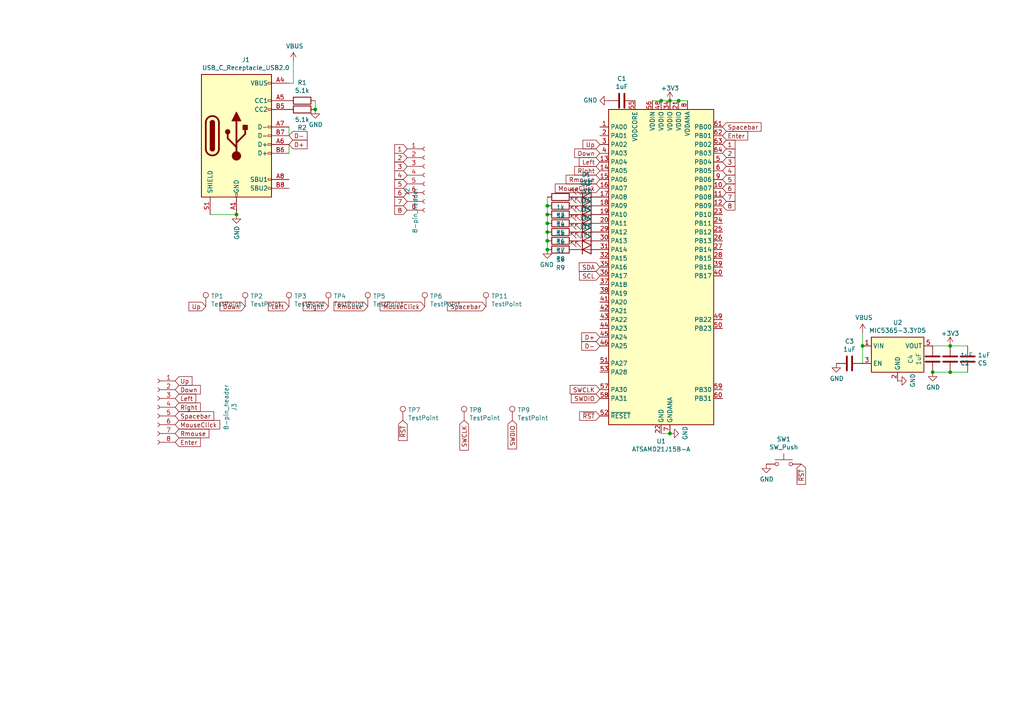
<source format=kicad_sch>
(kicad_sch (version 20211123) (generator eeschema)
  (paper "A4")
  (lib_symbols
    (symbol "Connector:Conn_01x08_Female" (pin_names (offset 1.016) hide)
      (property "Reference" "J" (at 0 10.16 0))
      (property "Value" "Conn_01x08_Female" (at 0 -12.7 0))
      (symbol "Conn_01x08_Female_1_1"
        (arc (start 0 -9.652) (mid -0.508 -10.16) (end 0 -10.668) (stroke (width 0.1524)))
        (arc (start 0 -7.112) (mid -0.508 -7.62) (end 0 -8.128) (stroke (width 0.1524)))
        (arc (start 0 -4.572) (mid -0.508 -5.08) (end 0 -5.588) (stroke (width 0.1524)))
        (arc (start 0 -2.032) (mid -0.508 -2.54) (end 0 -3.048) (stroke (width 0.1524)))
        (polyline (pts (xy -1.27 -10.16) (xy -0.508 -10.16)) (stroke (width 0.1524)))
        (polyline (pts (xy -1.27 -7.62) (xy -0.508 -7.62)) (stroke (width 0.1524)))
        (polyline (pts (xy -1.27 -5.08) (xy -0.508 -5.08)) (stroke (width 0.1524)))
        (polyline (pts (xy -1.27 -2.54) (xy -0.508 -2.54)) (stroke (width 0.1524)))
        (polyline (pts (xy -1.27 0) (xy -0.508 0)) (stroke (width 0.1524)))
        (polyline (pts (xy -1.27 2.54) (xy -0.508 2.54)) (stroke (width 0.1524)))
        (polyline (pts (xy -1.27 5.08) (xy -0.508 5.08)) (stroke (width 0.1524)))
        (polyline (pts (xy -1.27 7.62) (xy -0.508 7.62)) (stroke (width 0.1524)))
        (arc (start 0 0.508) (mid -0.508 0) (end 0 -0.508) (stroke (width 0.1524)))
        (arc (start 0 3.048) (mid -0.508 2.54) (end 0 2.032) (stroke (width 0.1524)))
        (arc (start 0 5.588) (mid -0.508 5.08) (end 0 4.572) (stroke (width 0.1524)))
        (arc (start 0 8.128) (mid -0.508 7.62) (end 0 7.112) (stroke (width 0.1524)))
        (pin passive line (at -5.08 7.62 0) (length 3.81) (name "Pin_1") (number "1"))
        (pin passive line (at -5.08 5.08 0) (length 3.81) (name "Pin_2") (number "2"))
        (pin passive line (at -5.08 2.54 0) (length 3.81) (name "Pin_3") (number "3"))
        (pin passive line (at -5.08 0 0) (length 3.81) (name "Pin_4") (number "4"))
        (pin passive line (at -5.08 -2.54 0) (length 3.81) (name "Pin_5") (number "5"))
        (pin passive line (at -5.08 -5.08 0) (length 3.81) (name "Pin_6") (number "6"))
        (pin passive line (at -5.08 -7.62 0) (length 3.81) (name "Pin_7") (number "7"))
        (pin passive line (at -5.08 -10.16 0) (length 3.81) (name "Pin_8") (number "8"))
      )
    )
    (symbol "Connector:TestPoint" (pin_numbers hide) (pin_names (offset 0.762) hide)
      (property "Reference" "TP" (at 0 6.858 0))
      (property "Value" "TestPoint" (at 0 5.08 0))
      (symbol "TestPoint_0_1"
        (circle (center 0 3.302) (radius 0.762))
      )
      (symbol "TestPoint_1_1"
        (pin passive line (at 0 0 90) (length 2.54) (name "1") (number "1"))
      )
    )
    (symbol "Connector:USB_C_Receptacle_USB2.0" (pin_names (offset 1.016))
      (property "Reference" "J" (at -10.16 19.05 0))
      (property "Value" "USB_C_Receptacle_USB2.0" (at 19.05 19.05 0))
      (symbol "USB_C_Receptacle_USB2.0_0_0"
        (rectangle (start -0.254 -17.78) (end 0.254 -16.764))
        (rectangle (start 10.16 -14.986) (end 9.144 -15.494))
        (rectangle (start 10.16 -12.446) (end 9.144 -12.954))
        (rectangle (start 10.16 -4.826) (end 9.144 -5.334))
        (rectangle (start 10.16 -2.286) (end 9.144 -2.794))
        (rectangle (start 10.16 0.254) (end 9.144 -0.254))
        (rectangle (start 10.16 2.794) (end 9.144 2.286))
        (rectangle (start 10.16 7.874) (end 9.144 7.366))
        (rectangle (start 10.16 10.414) (end 9.144 9.906))
        (rectangle (start 10.16 15.494) (end 9.144 14.986))
      )
      (symbol "USB_C_Receptacle_USB2.0_0_1"
        (rectangle (start -10.16 17.78) (end 10.16 -17.78) (stroke (width 0.254)) (fill (type background)))
        (arc (start -8.89 -3.81) (mid -6.985 -5.715) (end -5.08 -3.81) (stroke (width 0.508)))
        (arc (start -7.62 -3.81) (mid -6.985 -4.445) (end -6.35 -3.81) (stroke (width 0.254)))
        (arc (start -7.62 -3.81) (mid -6.985 -4.445) (end -6.35 -3.81) (stroke (width 0.254)) (fill (type outline)))
        (rectangle (start -7.62 -3.81) (end -6.35 3.81) (stroke (width 0.254)) (fill (type outline)))
        (arc (start -6.35 3.81) (mid -6.985 4.445) (end -7.62 3.81) (stroke (width 0.254)))
        (arc (start -6.35 3.81) (mid -6.985 4.445) (end -7.62 3.81) (stroke (width 0.254)) (fill (type outline)))
        (arc (start -5.08 3.81) (mid -6.985 5.715) (end -8.89 3.81) (stroke (width 0.508)))
        (circle (center -2.54 1.143) (radius 0.635) (stroke (width 0.254)) (fill (type outline)))
        (circle (center 0 -5.842) (radius 1.27) (fill (type outline)))
        (polyline (pts (xy -8.89 -3.81) (xy -8.89 3.81)) (stroke (width 0.508)))
        (polyline (pts (xy -5.08 3.81) (xy -5.08 -3.81)) (stroke (width 0.508)))
        (polyline (pts (xy 0 -5.842) (xy 0 4.318)) (stroke (width 0.508)))
        (polyline (pts (xy 0 -3.302) (xy -2.54 -0.762) (xy -2.54 0.508)) (stroke (width 0.508)))
        (polyline (pts (xy 0 -2.032) (xy 2.54 0.508) (xy 2.54 1.778)) (stroke (width 0.508)))
        (polyline (pts (xy -1.27 4.318) (xy 0 6.858) (xy 1.27 4.318) (xy -1.27 4.318)) (stroke (width 0.254)) (fill (type outline)))
        (rectangle (start 1.905 1.778) (end 3.175 3.048) (stroke (width 0.254)) (fill (type outline)))
      )
      (symbol "USB_C_Receptacle_USB2.0_1_1"
        (pin passive line (at 0 -22.86 90) (length 5.08) (name "GND") (number "A1"))
        (pin passive line (at 0 -22.86 90) (length 5.08) hide (name "GND") (number "A12"))
        (pin passive line (at 15.24 15.24 180) (length 5.08) (name "VBUS") (number "A4"))
        (pin bidirectional line (at 15.24 10.16 180) (length 5.08) (name "CC1") (number "A5"))
        (pin bidirectional line (at 15.24 -2.54 180) (length 5.08) (name "D+") (number "A6"))
        (pin bidirectional line (at 15.24 2.54 180) (length 5.08) (name "D-") (number "A7"))
        (pin bidirectional line (at 15.24 -12.7 180) (length 5.08) (name "SBU1") (number "A8"))
        (pin passive line (at 15.24 15.24 180) (length 5.08) hide (name "VBUS") (number "A9"))
        (pin passive line (at 0 -22.86 90) (length 5.08) hide (name "GND") (number "B1"))
        (pin passive line (at 0 -22.86 90) (length 5.08) hide (name "GND") (number "B12"))
        (pin passive line (at 15.24 15.24 180) (length 5.08) hide (name "VBUS") (number "B4"))
        (pin bidirectional line (at 15.24 7.62 180) (length 5.08) (name "CC2") (number "B5"))
        (pin bidirectional line (at 15.24 -5.08 180) (length 5.08) (name "D+") (number "B6"))
        (pin bidirectional line (at 15.24 0 180) (length 5.08) (name "D-") (number "B7"))
        (pin bidirectional line (at 15.24 -15.24 180) (length 5.08) (name "SBU2") (number "B8"))
        (pin passive line (at 15.24 15.24 180) (length 5.08) hide (name "VBUS") (number "B9"))
        (pin passive line (at -7.62 -22.86 90) (length 5.08) (name "SHIELD") (number "S1"))
      )
    )
    (symbol "Device:C" (pin_numbers hide) (pin_names (offset 0.254))
      (property "Reference" "C" (at 0.635 2.54 0))
      (property "Value" "C" (at 0.635 -2.54 0))
      (symbol "C_0_1"
        (polyline (pts (xy -2.032 -0.762) (xy 2.032 -0.762)) (stroke (width 0.508)))
        (polyline (pts (xy -2.032 0.762) (xy 2.032 0.762)) (stroke (width 0.508)))
      )
      (symbol "C_1_1"
        (pin passive line (at 0 3.81 270) (length 2.794) (name "~") (number "1"))
        (pin passive line (at 0 -3.81 90) (length 2.794) (name "~") (number "2"))
      )
    )
    (symbol "Device:LED" (pin_numbers hide) (pin_names (offset 1.016) hide)
      (property "Reference" "D" (at 0 2.54 0))
      (property "Value" "LED" (at 0 -2.54 0))
      (symbol "LED_0_1"
        (polyline (pts (xy -1.27 -1.27) (xy -1.27 1.27)) (stroke (width 0.254)))
        (polyline (pts (xy -1.27 0) (xy 1.27 0)))
        (polyline (pts (xy 1.27 -1.27) (xy 1.27 1.27) (xy -1.27 0) (xy 1.27 -1.27)) (stroke (width 0.254)))
        (polyline (pts (xy -3.048 -0.762) (xy -4.572 -2.286) (xy -3.81 -2.286) (xy -4.572 -2.286) (xy -4.572 -1.524)))
        (polyline (pts (xy -1.778 -0.762) (xy -3.302 -2.286) (xy -2.54 -2.286) (xy -3.302 -2.286) (xy -3.302 -1.524)))
      )
      (symbol "LED_1_1"
        (pin passive line (at -3.81 0 0) (length 2.54) (name "K") (number "1"))
        (pin passive line (at 3.81 0 180) (length 2.54) (name "A") (number "2"))
      )
    )
    (symbol "Device:R" (pin_numbers hide) (pin_names (offset 0))
      (property "Reference" "R" (at 2.032 0 90))
      (property "Value" "R" (at 0 0 90))
      (symbol "R_0_1"
        (rectangle (start -1.016 -2.54) (end 1.016 2.54) (stroke (width 0.254)))
      )
      (symbol "R_1_1"
        (pin passive line (at 0 3.81 270) (length 1.27) (name "~") (number "1"))
        (pin passive line (at 0 -3.81 90) (length 1.27) (name "~") (number "2"))
      )
    )
    (symbol "MCU_Microchip_SAMD:ATSAMD21J15B-A"
      (property "Reference" "U" (at -13.97 46.99 0))
      (property "Value" "ATSAMD21J15B-A" (at 16.51 46.99 0))
      (symbol "ATSAMD21J15B-A_0_1"
        (rectangle (start -15.24 45.72) (end 15.24 -45.72) (stroke (width 0.254)) (fill (type background)))
      )
      (symbol "ATSAMD21J15B-A_1_1"
        (pin bidirectional line (at -17.78 40.64 0) (length 2.54) (name "PA00") (number "1"))
        (pin bidirectional line (at 17.78 22.86 180) (length 2.54) (name "PB07") (number "10"))
        (pin bidirectional line (at 17.78 20.32 180) (length 2.54) (name "PB08") (number "11"))
        (pin bidirectional line (at 17.78 17.78 180) (length 2.54) (name "PB09") (number "12"))
        (pin bidirectional line (at -17.78 30.48 0) (length 2.54) (name "PA04") (number "13"))
        (pin bidirectional line (at -17.78 27.94 0) (length 2.54) (name "PA05") (number "14"))
        (pin bidirectional line (at -17.78 25.4 0) (length 2.54) (name "PA06") (number "15"))
        (pin bidirectional line (at -17.78 22.86 0) (length 2.54) (name "PA07") (number "16"))
        (pin bidirectional line (at -17.78 20.32 0) (length 2.54) (name "PA08") (number "17"))
        (pin bidirectional line (at -17.78 17.78 0) (length 2.54) (name "PA09") (number "18"))
        (pin bidirectional line (at -17.78 15.24 0) (length 2.54) (name "PA10") (number "19"))
        (pin bidirectional line (at -17.78 38.1 0) (length 2.54) (name "PA01") (number "2"))
        (pin bidirectional line (at -17.78 12.7 0) (length 2.54) (name "PA11") (number "20"))
        (pin power_in line (at 5.08 48.26 270) (length 2.54) (name "VDDIO") (number "21"))
        (pin power_in line (at 0 -48.26 90) (length 2.54) (name "GND") (number "22"))
        (pin bidirectional line (at 17.78 15.24 180) (length 2.54) (name "PB10") (number "23"))
        (pin bidirectional line (at 17.78 12.7 180) (length 2.54) (name "PB11") (number "24"))
        (pin bidirectional line (at 17.78 10.16 180) (length 2.54) (name "PB12") (number "25"))
        (pin bidirectional line (at 17.78 7.62 180) (length 2.54) (name "PB13") (number "26"))
        (pin bidirectional line (at 17.78 5.08 180) (length 2.54) (name "PB14") (number "27"))
        (pin bidirectional line (at 17.78 2.54 180) (length 2.54) (name "PB15") (number "28"))
        (pin bidirectional line (at -17.78 10.16 0) (length 2.54) (name "PA12") (number "29"))
        (pin bidirectional line (at -17.78 35.56 0) (length 2.54) (name "PA02") (number "3"))
        (pin bidirectional line (at -17.78 7.62 0) (length 2.54) (name "PA13") (number "30"))
        (pin bidirectional line (at -17.78 5.08 0) (length 2.54) (name "PA14") (number "31"))
        (pin bidirectional line (at -17.78 2.54 0) (length 2.54) (name "PA15") (number "32"))
        (pin passive line (at 0 -48.26 90) (length 2.54) hide (name "GND") (number "33"))
        (pin power_in line (at 2.54 48.26 270) (length 2.54) (name "VDDIO") (number "34"))
        (pin bidirectional line (at -17.78 0 0) (length 2.54) (name "PA16") (number "35"))
        (pin bidirectional line (at -17.78 -2.54 0) (length 2.54) (name "PA17") (number "36"))
        (pin bidirectional line (at -17.78 -5.08 0) (length 2.54) (name "PA18") (number "37"))
        (pin bidirectional line (at -17.78 -7.62 0) (length 2.54) (name "PA19") (number "38"))
        (pin bidirectional line (at 17.78 0 180) (length 2.54) (name "PB16") (number "39"))
        (pin bidirectional line (at -17.78 33.02 0) (length 2.54) (name "PA03") (number "4"))
        (pin bidirectional line (at 17.78 -2.54 180) (length 2.54) (name "PB17") (number "40"))
        (pin bidirectional line (at -17.78 -10.16 0) (length 2.54) (name "PA20") (number "41"))
        (pin bidirectional line (at -17.78 -12.7 0) (length 2.54) (name "PA21") (number "42"))
        (pin bidirectional line (at -17.78 -15.24 0) (length 2.54) (name "PA22") (number "43"))
        (pin bidirectional line (at -17.78 -17.78 0) (length 2.54) (name "PA23") (number "44"))
        (pin bidirectional line (at -17.78 -20.32 0) (length 2.54) (name "PA24") (number "45"))
        (pin bidirectional line (at -17.78 -22.86 0) (length 2.54) (name "PA25") (number "46"))
        (pin passive line (at 0 -48.26 90) (length 2.54) hide (name "GND") (number "47"))
        (pin power_in line (at 0 48.26 270) (length 2.54) (name "VDDIO") (number "48"))
        (pin bidirectional line (at 17.78 -15.24 180) (length 2.54) (name "PB22") (number "49"))
        (pin bidirectional line (at 17.78 30.48 180) (length 2.54) (name "PB04") (number "5"))
        (pin bidirectional line (at 17.78 -17.78 180) (length 2.54) (name "PB23") (number "50"))
        (pin bidirectional line (at -17.78 -27.94 0) (length 2.54) (name "PA27") (number "51"))
        (pin input line (at -17.78 -43.18 0) (length 2.54) (name "~{RESET}") (number "52"))
        (pin bidirectional line (at -17.78 -30.48 0) (length 2.54) (name "PA28") (number "53"))
        (pin passive line (at 0 -48.26 90) (length 2.54) hide (name "GND") (number "54"))
        (pin power_out line (at -7.62 48.26 270) (length 2.54) (name "VDDCORE") (number "55"))
        (pin power_in line (at -2.54 48.26 270) (length 2.54) (name "VDDIN") (number "56"))
        (pin bidirectional line (at -17.78 -35.56 0) (length 2.54) (name "PA30") (number "57"))
        (pin bidirectional line (at -17.78 -38.1 0) (length 2.54) (name "PA31") (number "58"))
        (pin bidirectional line (at 17.78 -35.56 180) (length 2.54) (name "PB30") (number "59"))
        (pin bidirectional line (at 17.78 27.94 180) (length 2.54) (name "PB05") (number "6"))
        (pin bidirectional line (at 17.78 -38.1 180) (length 2.54) (name "PB31") (number "60"))
        (pin bidirectional line (at 17.78 40.64 180) (length 2.54) (name "PB00") (number "61"))
        (pin bidirectional line (at 17.78 38.1 180) (length 2.54) (name "PB01") (number "62"))
        (pin bidirectional line (at 17.78 35.56 180) (length 2.54) (name "PB02") (number "63"))
        (pin bidirectional line (at 17.78 33.02 180) (length 2.54) (name "PB03") (number "64"))
        (pin power_in line (at 2.54 -48.26 90) (length 2.54) (name "GNDANA") (number "7"))
        (pin power_in line (at 7.62 48.26 270) (length 2.54) (name "VDDANA") (number "8"))
        (pin bidirectional line (at 17.78 25.4 180) (length 2.54) (name "PB06") (number "9"))
      )
    )
    (symbol "Regulator_Linear:MIC5365-3.3YD5"
      (property "Reference" "U" (at -7.62 6.35 0))
      (property "Value" "MIC5365-3.3YD5" (at 0 6.35 0))
      (symbol "MIC5365-3.3YD5_0_1"
        (rectangle (start -7.62 -5.08) (end 7.62 5.08) (stroke (width 0.254)) (fill (type background)))
      )
      (symbol "MIC5365-3.3YD5_1_1"
        (pin power_in line (at -10.16 2.54 0) (length 2.54) (name "VIN") (number "1"))
        (pin power_in line (at 0 -7.62 90) (length 2.54) (name "GND") (number "2"))
        (pin input line (at -10.16 -2.54 0) (length 2.54) (name "EN") (number "3"))
        (pin no_connect line (at 7.62 -2.54 180) (length 2.54) hide (name "NC") (number "4"))
        (pin power_out line (at 10.16 2.54 180) (length 2.54) (name "VOUT") (number "5"))
      )
    )
    (symbol "Switch:SW_Push" (pin_numbers hide) (pin_names (offset 1.016) hide)
      (property "Reference" "SW" (at 1.27 2.54 0))
      (property "Value" "SW_Push" (at 0 -1.524 0))
      (symbol "SW_Push_0_1"
        (circle (center -2.032 0) (radius 0.508))
        (polyline (pts (xy 0 1.27) (xy 0 3.048)))
        (polyline (pts (xy 2.54 1.27) (xy -2.54 1.27)))
        (circle (center 2.032 0) (radius 0.508))
        (pin passive line (at -5.08 0 0) (length 2.54) (name "1") (number "1"))
        (pin passive line (at 5.08 0 180) (length 2.54) (name "2") (number "2"))
      )
    )
    (symbol "power:+3V3" (power) (pin_names (offset 0))
      (property "Value" "+3V3" (at 0 3.556 0))
      (symbol "+3V3_0_1"
        (polyline (pts (xy -0.762 1.27) (xy 0 2.54)))
        (polyline (pts (xy 0 0) (xy 0 2.54)))
        (polyline (pts (xy 0 2.54) (xy 0.762 1.27)))
      )
      (symbol "+3V3_1_1"
        (pin power_in line (at 0 0 90) (length 0) hide (name "+3V3") (number "1"))
      )
    )
    (symbol "power:GND" (power) (pin_names (offset 0))
      (property "Value" "GND" (at 0 -3.81 0))
      (symbol "GND_0_1"
        (polyline (pts (xy 0 0) (xy 0 -1.27) (xy 1.27 -1.27) (xy 0 -2.54) (xy -1.27 -1.27) (xy 0 -1.27)))
      )
      (symbol "GND_1_1"
        (pin power_in line (at 0 0 270) (length 0) hide (name "GND") (number "1"))
      )
    )
    (symbol "power:VBUS" (power) (pin_names (offset 0))
      (property "Value" "VBUS" (at 0 3.81 0))
      (symbol "VBUS_0_1"
        (polyline (pts (xy -0.762 1.27) (xy 0 2.54)))
        (polyline (pts (xy 0 0) (xy 0 2.54)))
        (polyline (pts (xy 0 2.54) (xy 0.762 1.27)))
      )
      (symbol "VBUS_1_1"
        (pin power_in line (at 0 0 90) (length 0) hide (name "VBUS") (number "1"))
      )
    )
  )
  (junction (at 275.59 100.33))
  (junction (at 194.31 125.73))
  (junction (at 68.58 62.23))
  (junction (at 275.59 107.95))
  (junction (at 270.51 107.95))
  (junction (at 194.31 29.21))
  (junction (at 158.75 64.77))
  (junction (at 191.77 29.21))
  (junction (at 158.75 69.85))
  (junction (at 91.44 31.75))
  (junction (at 196.85 29.21))
  (junction (at 158.75 62.23))
  (junction (at 158.75 72.39))
  (junction (at 158.75 59.69))
  (junction (at 250.19 100.33))
  (junction (at 158.75 67.31))
  (wire (pts (xy 158.75 57.15) (xy 158.75 59.69)))
  (wire (pts (xy 158.75 69.85) (xy 158.75 72.39)))
  (wire (pts (xy 199.39 29.21) (xy 196.85 29.21)))
  (wire (pts (xy 191.77 29.21) (xy 189.23 29.21)))
  (wire (pts (xy 270.51 100.33) (xy 275.59 100.33)))
  (wire (pts (xy 194.31 125.73) (xy 191.77 125.73)))
  (wire (pts (xy 85.09 17.78) (xy 85.09 24.13)))
  (wire (pts (xy 158.75 67.31) (xy 158.75 69.85)))
  (wire (pts (xy 194.31 29.21) (xy 191.77 29.21)))
  (wire (pts (xy 85.09 24.13) (xy 83.82 24.13)))
  (wire (pts (xy 83.82 41.91) (xy 83.82 44.45)))
  (wire (pts (xy 68.58 62.23) (xy 60.96 62.23)))
  (wire (pts (xy 158.75 62.23) (xy 158.75 64.77)))
  (wire (pts (xy 280.67 107.95) (xy 275.59 107.95)))
  (wire (pts (xy 275.59 107.95) (xy 270.51 107.95)))
  (wire (pts (xy 196.85 29.21) (xy 194.31 29.21)))
  (wire (pts (xy 275.59 100.33) (xy 280.67 100.33)))
  (wire (pts (xy 158.75 64.77) (xy 158.75 67.31)))
  (wire (pts (xy 83.82 36.83) (xy 83.82 39.37)))
  (wire (pts (xy 250.19 96.52) (xy 250.19 100.33)))
  (wire (pts (xy 250.19 100.33) (xy 250.19 105.41)))
  (wire (pts (xy 158.75 59.69) (xy 158.75 62.23)))
  (wire (pts (xy 91.44 31.75) (xy 91.44 29.21)))
  (global_label "8" (shape input) (at 118.11 60.96 180) (property "Intersheet References" "${INTERSHEET_REFS}" (effects hide)))
  (global_label "Rmouse" (shape input) (at 173.99 52.07 180) (property "Intersheet References" "${INTERSHEET_REFS}" (effects hide)))
  (global_label "D+" (shape input) (at 173.99 97.79 180) (property "Intersheet References" "${INTERSHEET_REFS}" (effects hide)))
  (global_label "8" (shape input) (at 209.55 59.69 0) (property "Intersheet References" "${INTERSHEET_REFS}" (effects hide)))
  (global_label "~{RST}" (shape input) (at 173.99 120.65 180) (property "Intersheet References" "${INTERSHEET_REFS}" (effects hide)))
  (global_label "MouseClick" (shape input) (at 50.8 123.19 0) (property "Intersheet References" "${INTERSHEET_REFS}" (effects hide)))
  (global_label "Left" (shape input) (at 50.8 115.57 0) (property "Intersheet References" "${INTERSHEET_REFS}" (effects hide)))
  (global_label "Right" (shape input) (at 173.99 49.53 180) (property "Intersheet References" "${INTERSHEET_REFS}" (effects hide)))
  (global_label "D+" (shape input) (at 83.82 41.91 0) (property "Intersheet References" "${INTERSHEET_REFS}" (effects hide)))
  (global_label "Rmouse" (shape input) (at 50.8 125.73 0) (property "Intersheet References" "${INTERSHEET_REFS}" (effects hide)))
  (global_label "Left" (shape input) (at 173.99 46.99 180) (property "Intersheet References" "${INTERSHEET_REFS}" (effects hide)))
  (global_label "Enter" (shape input) (at 209.55 39.37 0) (property "Intersheet References" "${INTERSHEET_REFS}" (effects hide)))
  (global_label "Down" (shape input) (at 71.12 88.9 180) (property "Intersheet References" "${INTERSHEET_REFS}" (effects hide)))
  (global_label "2" (shape input) (at 118.11 45.72 180) (property "Intersheet References" "${INTERSHEET_REFS}" (effects hide)))
  (global_label "3" (shape input) (at 209.55 46.99 0) (property "Intersheet References" "${INTERSHEET_REFS}" (effects hide)))
  (global_label "Left" (shape input) (at 83.82 88.9 180) (property "Intersheet References" "${INTERSHEET_REFS}" (effects hide)))
  (global_label "~{RST}" (shape input) (at 232.41 134.62 270) (property "Intersheet References" "${INTERSHEET_REFS}" (effects hide)))
  (global_label "SWDIO" (shape input) (at 148.59 121.92 270) (property "Intersheet References" "${INTERSHEET_REFS}" (effects hide)))
  (global_label "SWCLK" (shape input) (at 173.99 113.03 180) (property "Intersheet References" "${INTERSHEET_REFS}" (effects hide)))
  (global_label "4" (shape input) (at 209.55 49.53 0) (property "Intersheet References" "${INTERSHEET_REFS}" (effects hide)))
  (global_label "~{RST}" (shape input) (at 116.84 121.92 270) (property "Intersheet References" "${INTERSHEET_REFS}" (effects hide)))
  (global_label "3" (shape input) (at 118.11 48.26 180) (property "Intersheet References" "${INTERSHEET_REFS}" (effects hide)))
  (global_label "SDA" (shape input) (at 173.99 77.47 180) (property "Intersheet References" "${INTERSHEET_REFS}" (effects hide)))
  (global_label "Up" (shape input) (at 50.8 110.49 0) (property "Intersheet References" "${INTERSHEET_REFS}" (effects hide)))
  (global_label "SWDIO" (shape input) (at 173.99 115.57 180) (property "Intersheet References" "${INTERSHEET_REFS}" (effects hide)))
  (global_label "1" (shape input) (at 118.11 43.18 180) (property "Intersheet References" "${INTERSHEET_REFS}" (effects hide)))
  (global_label "7" (shape input) (at 118.11 58.42 180) (property "Intersheet References" "${INTERSHEET_REFS}" (effects hide)))
  (global_label "SCL" (shape input) (at 173.99 80.01 180) (property "Intersheet References" "${INTERSHEET_REFS}" (effects hide)))
  (global_label "MouseClick" (shape input) (at 173.99 54.61 180) (property "Intersheet References" "${INTERSHEET_REFS}" (effects hide)))
  (global_label "SWCLK" (shape input) (at 134.62 121.92 270) (property "Intersheet References" "${INTERSHEET_REFS}" (effects hide)))
  (global_label "Spacebar" (shape input) (at 140.97 88.9 180) (property "Intersheet References" "${INTERSHEET_REFS}" (effects hide)))
  (global_label "MouseClick" (shape input) (at 123.19 88.9 180) (property "Intersheet References" "${INTERSHEET_REFS}" (effects hide)))
  (global_label "D-" (shape input) (at 83.82 39.37 0) (property "Intersheet References" "${INTERSHEET_REFS}" (effects hide)))
  (global_label "Right" (shape input) (at 95.25 88.9 180) (property "Intersheet References" "${INTERSHEET_REFS}" (effects hide)))
  (global_label "D-" (shape input) (at 173.99 100.33 180) (property "Intersheet References" "${INTERSHEET_REFS}" (effects hide)))
  (global_label "5" (shape input) (at 209.55 52.07 0) (property "Intersheet References" "${INTERSHEET_REFS}" (effects hide)))
  (global_label "6" (shape input) (at 118.11 55.88 180) (property "Intersheet References" "${INTERSHEET_REFS}" (effects hide)))
  (global_label "Spacebar" (shape input) (at 50.8 120.65 0) (property "Intersheet References" "${INTERSHEET_REFS}" (effects hide)))
  (global_label "Spacebar" (shape input) (at 209.55 36.83 0) (property "Intersheet References" "${INTERSHEET_REFS}" (effects hide)))
  (global_label "1" (shape input) (at 209.55 41.91 0) (property "Intersheet References" "${INTERSHEET_REFS}" (effects hide)))
  (global_label "Rmouse" (shape input) (at 106.68 88.9 180) (property "Intersheet References" "${INTERSHEET_REFS}" (effects hide)))
  (global_label "Up" (shape input) (at 59.69 88.9 180) (property "Intersheet References" "${INTERSHEET_REFS}" (effects hide)))
  (global_label "7" (shape input) (at 209.55 57.15 0) (property "Intersheet References" "${INTERSHEET_REFS}" (effects hide)))
  (global_label "5" (shape input) (at 118.11 53.34 180) (property "Intersheet References" "${INTERSHEET_REFS}" (effects hide)))
  (global_label "Down" (shape input) (at 173.99 44.45 180) (property "Intersheet References" "${INTERSHEET_REFS}" (effects hide)))
  (global_label "2" (shape input) (at 209.55 44.45 0) (property "Intersheet References" "${INTERSHEET_REFS}" (effects hide)))
  (global_label "Down" (shape input) (at 50.8 113.03 0) (property "Intersheet References" "${INTERSHEET_REFS}" (effects hide)))
  (global_label "6" (shape input) (at 209.55 54.61 0) (property "Intersheet References" "${INTERSHEET_REFS}" (effects hide)))
  (global_label "Right" (shape input) (at 50.8 118.11 0) (property "Intersheet References" "${INTERSHEET_REFS}" (effects hide)))
  (global_label "4" (shape input) (at 118.11 50.8 180) (property "Intersheet References" "${INTERSHEET_REFS}" (effects hide)))
  (global_label "Enter" (shape input) (at 50.8 128.27 0) (property "Intersheet References" "${INTERSHEET_REFS}" (effects hide)))
  (global_label "Up" (shape input) (at 173.99 41.91 180) (property "Intersheet References" "${INTERSHEET_REFS}" (effects hide)))
  (symbol (lib_id "power:GND") (at 260.35 110.49 90) (unit 1)
    (property "Reference" "#PWR012" (effects hide))
    (property "Value" "GND" (at 264.7442 110.363 0))
  )
  (symbol (lib_id "Connector:USB_C_Receptacle_USB2.0") (at 68.58 39.37 0) (unit 1)
    (property "Reference" "J1" (at 71.2978 17.3482 0))
    (property "Value" "USB_C_Receptacle_USB2.0" (at 71.2978 19.6596 0))
    (property "Footprint" "Connector_USB:USB_C_Receptacle_HRO_TYPE-C-31-M-12" (effects hide))
    (property "Datasheet" "https://www.usb.org/sites/default/files/documents/usb_type-c.zip" (effects hide))
  )
  (symbol (lib_id "Device:R") (at 87.63 29.21 270) (unit 1)
    (property "Reference" "R1" (at 87.63 23.9522 90))
    (property "Value" "5.1k" (at 87.63 26.2636 90))
    (property "Footprint" "Resistor_SMD:R_0603_1608Metric_Pad0.98x0.95mm_HandSolder" (effects hide))
  )
  (symbol (lib_id "Device:R") (at 87.63 31.75 90) (unit 1)
    (property "Reference" "R2" (at 87.63 37.0078 90))
    (property "Value" "5.1k" (at 87.63 34.6964 90))
    (property "Footprint" "Resistor_SMD:R_0603_1608Metric_Pad0.98x0.95mm_HandSolder" (effects hide))
  )
  (symbol (lib_id "power:GND") (at 91.44 31.75 0) (unit 1)
    (property "Reference" "#PWR04" (effects hide))
    (property "Value" "GND" (at 91.567 36.1442 0))
  )
  (symbol (lib_id "power:GND") (at 68.58 62.23 0) (unit 1)
    (property "Reference" "#PWR05" (effects hide))
    (property "Value" "GND" (at 68.707 65.4812 90) (effects (justify right)))
  )
  (symbol (lib_id "Device:LED") (at 170.18 57.15 0) (mirror x) (unit 1)
    (property "Reference" "D1" (at 170.0022 50.673 0))
    (property "Value" "LED" (at 170.0022 52.9844 0))
    (property "Footprint" "LED_SMD:LED_0603_1608Metric_Castellated" (effects hide))
  )
  (symbol (lib_id "power:GND") (at 194.31 125.73 90) (unit 1)
    (property "Reference" "#PWR013" (effects hide))
    (property "Value" "GND" (at 198.7042 125.603 0))
  )
  (symbol (lib_id "Device:C") (at 275.59 104.14 0) (mirror x) (unit 1)
    (property "Reference" "C2" (at 278.511 105.3084 0) (effects (justify left)))
    (property "Value" "1uF" (at 278.511 102.997 0) (effects (justify left)))
    (property "Footprint" "Capacitor_SMD:C_0603_1608Metric_Pad1.08x0.95mm_HandSolder" (effects hide))
  )
  (symbol (lib_id "Connector:TestPoint") (at 106.68 88.9 0) (unit 1)
    (property "Reference" "TP5" (at 108.1532 85.9028 0) (effects (justify left)))
    (property "Value" "TestPoint" (at 108.1532 88.2142 0) (effects (justify left)))
    (property "Footprint" "CapTouchKeyboard:Circular_Gator" (effects hide))
  )
  (symbol (lib_id "Connector:TestPoint") (at 59.69 88.9 0) (unit 1)
    (property "Reference" "TP1" (at 61.1632 85.9028 0) (effects (justify left)))
    (property "Value" "TestPoint" (at 61.1632 88.2142 0) (effects (justify left)))
    (property "Footprint" "CapTouchKeyboard:Arrow_Gator" (effects hide))
  )
  (symbol (lib_id "MCU_Microchip_SAMD:ATSAMD21J15B-A") (at 191.77 77.47 0) (unit 1)
    (property "Reference" "U1" (at 191.77 127.9906 0))
    (property "Value" "ATSAMD21J15B-A" (at 191.77 130.302 0))
    (property "Footprint" "Package_QFP:TQFP-64_10x10mm_P0.5mm" (effects hide))
    (property "Datasheet" "http://ww1.microchip.com/downloads/en/DeviceDoc/SAM_D21_DA1_Family_Data%20Sheet_DS40001882E.pdf" (effects hide))
  )
  (symbol (lib_id "power:GND") (at 222.25 134.62 0) (unit 1)
    (property "Reference" "#PWR014" (effects hide))
    (property "Value" "GND" (at 222.377 139.0142 0))
  )
  (symbol (lib_id "Connector:TestPoint") (at 123.19 88.9 0) (unit 1)
    (property "Reference" "TP6" (at 124.6632 85.9028 0) (effects (justify left)))
    (property "Value" "TestPoint" (at 124.6632 88.2142 0) (effects (justify left)))
    (property "Footprint" "CapTouchKeyboard:Circular_Gator" (effects hide))
  )
  (symbol (lib_id "Device:C") (at 180.34 29.21 90) (mirror x) (unit 1)
    (property "Reference" "C1" (at 180.34 22.8092 90))
    (property "Value" "1uF" (at 180.34 25.1206 90))
    (property "Footprint" "Capacitor_SMD:C_0603_1608Metric_Pad1.08x0.95mm_HandSolder" (effects hide))
  )
  (symbol (lib_id "power:GND") (at 176.53 29.21 270) (mirror x) (unit 1)
    (property "Reference" "#PWR03" (effects hide))
    (property "Value" "GND" (at 173.2788 29.083 90) (effects (justify right)))
  )
  (symbol (lib_id "Regulator_Linear:MIC5365-3.3YD5") (at 260.35 102.87 0) (unit 1)
    (property "Reference" "U2" (at 260.35 93.5482 0))
    (property "Value" "MIC5365-3.3YD5" (at 260.35 95.8596 0))
    (property "Footprint" "Package_TO_SOT_SMD:SOT-23-5" (effects hide))
    (property "Datasheet" "http://ww1.microchip.com/downloads/en/DeviceDoc/mic5365.pdf" (effects hide))
  )
  (symbol (lib_id "power:GND") (at 270.51 107.95 0) (unit 1)
    (property "Reference" "#PWR011" (effects hide))
    (property "Value" "GND" (at 270.637 112.3442 0))
  )
  (symbol (lib_id "Connector:TestPoint") (at 140.97 88.9 0) (unit 1)
    (property "Reference" "TP11" (at 142.4432 85.9028 0) (effects (justify left)))
    (property "Value" "TestPoint" (at 142.4432 88.2142 0) (effects (justify left)))
    (property "Footprint" "CapTouchKeyboard:Gator" (effects hide))
  )
  (symbol (lib_id "Device:C") (at 270.51 104.14 0) (unit 1)
    (property "Reference" "C4" (at 264.1092 104.14 90))
    (property "Value" "1uF" (at 266.4206 104.14 90))
    (property "Footprint" "Capacitor_SMD:C_0603_1608Metric_Pad1.08x0.95mm_HandSolder" (effects hide))
  )
  (symbol (lib_id "Device:C") (at 246.38 105.41 270) (unit 1)
    (property "Reference" "C3" (at 246.38 99.0092 90))
    (property "Value" "1uF" (at 246.38 101.3206 90))
    (property "Footprint" "Capacitor_SMD:C_0603_1608Metric_Pad1.08x0.95mm_HandSolder" (effects hide))
  )
  (symbol (lib_id "power:GND") (at 242.57 105.41 0) (unit 1)
    (property "Reference" "#PWR08" (effects hide))
    (property "Value" "GND" (at 242.697 109.8042 0))
  )
  (symbol (lib_id "Connector:Conn_01x08_Female") (at 45.72 118.11 0) (mirror y) (unit 1)
    (property "Reference" "J3" (at 67.945 118.11 90))
    (property "Value" "8-pin_header" (at 65.6336 118.11 90))
    (property "Footprint" "Connector_PinSocket_2.54mm:PinSocket_1x08_P2.54mm_Vertical" (effects hide))
  )
  (symbol (lib_id "Connector:Conn_01x08_Female") (at 123.19 50.8 0) (unit 1)
    (property "Reference" "J2" (at 118.0846 54.4068 90) (effects (justify right)))
    (property "Value" "8-pin_header" (at 120.396 54.4068 90) (effects (justify right)))
    (property "Footprint" "Connector_PinSocket_2.54mm:PinSocket_1x08_P2.54mm_Vertical" (effects hide))
  )
  (symbol (lib_id "Device:LED") (at 170.18 59.69 0) (mirror x) (unit 1)
    (property "Reference" "D2" (at 170.0022 53.213 0))
    (property "Value" "LED" (at 170.0022 55.5244 0))
    (property "Footprint" "LED_SMD:LED_0603_1608Metric_Castellated" (effects hide))
  )
  (symbol (lib_id "Device:LED") (at 170.18 62.23 0) (mirror x) (unit 1)
    (property "Reference" "D3" (at 170.0022 55.753 0))
    (property "Value" "LED" (at 170.0022 58.0644 0))
    (property "Footprint" "LED_SMD:LED_0603_1608Metric_Castellated" (effects hide))
  )
  (symbol (lib_id "Device:LED") (at 170.18 64.77 0) (mirror x) (unit 1)
    (property "Reference" "D4" (at 170.0022 58.293 0))
    (property "Value" "LED" (at 170.0022 60.6044 0))
    (property "Footprint" "LED_SMD:LED_0603_1608Metric_Castellated" (effects hide))
  )
  (symbol (lib_id "Device:LED") (at 170.18 72.39 0) (mirror x) (unit 1)
    (property "Reference" "D7" (at 170.0022 65.913 0))
    (property "Value" "LED" (at 170.0022 68.2244 0))
    (property "Footprint" "LED_SMD:LED_0603_1608Metric_Castellated" (effects hide))
  )
  (symbol (lib_id "Device:LED") (at 170.18 69.85 0) (mirror x) (unit 1)
    (property "Reference" "D6" (at 170.0022 63.373 0))
    (property "Value" "LED" (at 170.0022 65.6844 0))
    (property "Footprint" "LED_SMD:LED_0603_1608Metric_Castellated" (effects hide))
  )
  (symbol (lib_id "Device:LED") (at 170.18 67.31 0) (mirror x) (unit 1)
    (property "Reference" "D5" (at 170.0022 60.833 0))
    (property "Value" "LED" (at 170.0022 63.1444 0))
    (property "Footprint" "LED_SMD:LED_0603_1608Metric_Castellated" (effects hide))
  )
  (symbol (lib_id "Device:C") (at 280.67 104.14 0) (mirror x) (unit 1)
    (property "Reference" "C5" (at 283.591 105.3084 0) (effects (justify left)))
    (property "Value" "1uF" (at 283.591 102.997 0) (effects (justify left)))
    (property "Footprint" "Capacitor_SMD:C_0603_1608Metric_Pad1.08x0.95mm_HandSolder" (effects hide))
  )
  (symbol (lib_id "Connector:TestPoint") (at 71.12 88.9 0) (unit 1)
    (property "Reference" "TP2" (at 72.5932 85.9028 0) (effects (justify left)))
    (property "Value" "TestPoint" (at 72.5932 88.2142 0) (effects (justify left)))
    (property "Footprint" "CapTouchKeyboard:Arrow_Gator" (effects hide))
  )
  (symbol (lib_id "Connector:TestPoint") (at 83.82 88.9 0) (unit 1)
    (property "Reference" "TP3" (at 85.2932 85.9028 0) (effects (justify left)))
    (property "Value" "TestPoint" (at 85.2932 88.2142 0) (effects (justify left)))
    (property "Footprint" "CapTouchKeyboard:Arrow_Gator" (effects hide))
  )
  (symbol (lib_id "Connector:TestPoint") (at 95.25 88.9 0) (unit 1)
    (property "Reference" "TP4" (at 96.7232 85.9028 0) (effects (justify left)))
    (property "Value" "TestPoint" (at 96.7232 88.2142 0) (effects (justify left)))
    (property "Footprint" "CapTouchKeyboard:Arrow_Gator" (effects hide))
  )
  (symbol (lib_id "power:GND") (at 158.75 72.39 0) (mirror y) (unit 1)
    (property "Reference" "#PWR0101" (effects hide))
    (property "Value" "GND" (at 158.623 76.7842 0))
  )
  (symbol (lib_id "Switch:SW_Push") (at 227.33 134.62 0) (unit 1)
    (property "Reference" "SW1" (at 227.33 127.381 0))
    (property "Value" "SW_Push" (at 227.33 129.6924 0))
    (property "Footprint" "Button_Switch_SMD:SW_Push_1P1T_NO_6x6mm_H9.5mm" (effects hide))
    (property "Datasheet" "http://www.apem.com/int/index.php?controller=attachment&id_attachment=1371" (effects hide))
  )
  (symbol (lib_id "power:VBUS") (at 85.09 17.78 0) (unit 1)
    (property "Reference" "#PWR0105" (effects hide))
    (property "Value" "VBUS" (at 85.471 13.3858 0))
  )
  (symbol (lib_id "power:VBUS") (at 250.19 96.52 0) (unit 1)
    (property "Reference" "#PWR0106" (effects hide))
    (property "Value" "VBUS" (at 250.571 92.1258 0))
  )
  (symbol (lib_id "Device:R") (at 162.56 69.85 270) (mirror x) (unit 1)
    (property "Reference" "R8" (at 162.56 75.1078 90))
    (property "Value" "1k" (at 162.56 72.7964 90))
    (property "Footprint" "Resistor_SMD:R_0603_1608Metric_Pad0.98x0.95mm_HandSolder" (effects hide))
  )
  (symbol (lib_id "Connector:TestPoint") (at 116.84 121.92 0) (unit 1)
    (property "Reference" "TP7" (at 118.3132 118.9228 0) (effects (justify left)))
    (property "Value" "TestPoint" (at 118.3132 121.2342 0) (effects (justify left)))
    (property "Footprint" "TestPoint:TestPoint_Pad_D1.0mm" (effects hide))
  )
  (symbol (lib_id "Device:R") (at 162.56 72.39 270) (mirror x) (unit 1)
    (property "Reference" "R9" (at 162.56 77.6478 90))
    (property "Value" "1k" (at 162.56 75.3364 90))
    (property "Footprint" "Resistor_SMD:R_0603_1608Metric_Pad0.98x0.95mm_HandSolder" (effects hide))
  )
  (symbol (lib_id "Connector:TestPoint") (at 134.62 121.92 0) (unit 1)
    (property "Reference" "TP8" (at 136.0932 118.9228 0) (effects (justify left)))
    (property "Value" "TestPoint" (at 136.0932 121.2342 0) (effects (justify left)))
    (property "Footprint" "TestPoint:TestPoint_Pad_D1.0mm" (effects hide))
  )
  (symbol (lib_id "power:+3V3") (at 194.31 29.21 0) (unit 1)
    (property "Reference" "#PWR0103" (effects hide))
    (property "Value" "+3V3" (at 194.31 25.6055 0))
  )
  (symbol (lib_id "Device:R") (at 162.56 59.69 90) (unit 1)
    (property "Reference" "R4" (at 162.56 64.9478 90))
    (property "Value" "1k" (at 162.56 62.6364 90))
    (property "Footprint" "Resistor_SMD:R_0603_1608Metric_Pad0.98x0.95mm_HandSolder" (effects hide))
  )
  (symbol (lib_id "Connector:TestPoint") (at 148.59 121.92 0) (unit 1)
    (property "Reference" "TP9" (at 150.0632 118.9228 0) (effects (justify left)))
    (property "Value" "TestPoint" (at 150.0632 121.2342 0) (effects (justify left)))
    (property "Footprint" "TestPoint:TestPoint_Pad_D1.0mm" (effects hide))
  )
  (symbol (lib_id "power:+3V3") (at 275.59 100.33 0) (unit 1)
    (property "Reference" "#PWR0102" (effects hide))
    (property "Value" "+3V3" (at 275.59 96.7255 0))
  )
  (symbol (lib_id "Device:R") (at 162.56 57.15 90) (unit 1)
    (property "Reference" "R3" (at 162.56 62.4078 90))
    (property "Value" "1k" (at 162.56 60.0964 90))
    (property "Footprint" "Resistor_SMD:R_0603_1608Metric_Pad0.98x0.95mm_HandSolder" (effects hide))
  )
  (symbol (lib_id "Device:R") (at 162.56 64.77 270) (mirror x) (unit 1)
    (property "Reference" "R6" (at 162.56 70.0278 90))
    (property "Value" "1k" (at 162.56 67.7164 90))
    (property "Footprint" "Resistor_SMD:R_0603_1608Metric_Pad0.98x0.95mm_HandSolder" (effects hide))
  )
  (symbol (lib_id "Device:R") (at 162.56 67.31 270) (mirror x) (unit 1)
    (property "Reference" "R7" (at 162.56 72.5678 90))
    (property "Value" "1k" (at 162.56 70.2564 90))
    (property "Footprint" "Resistor_SMD:R_0603_1608Metric_Pad0.98x0.95mm_HandSolder" (effects hide))
  )
  (symbol (lib_id "Device:R") (at 162.56 62.23 90) (unit 1)
    (property "Reference" "R5" (at 162.56 67.4878 90))
    (property "Value" "1k" (at 162.56 65.1764 90))
    (property "Footprint" "Resistor_SMD:R_0603_1608Metric_Pad0.98x0.95mm_HandSolder" (effects hide))
  )
)
</source>
